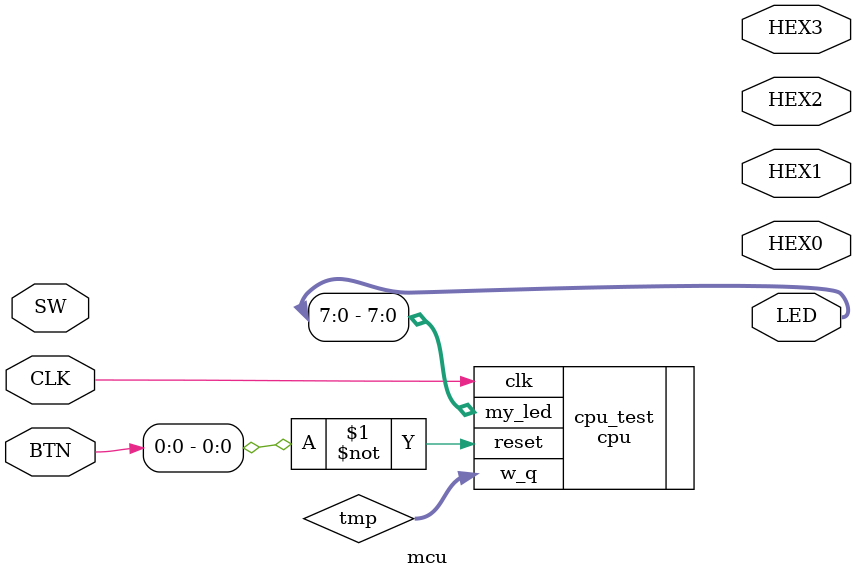
<source format=sv>


module mcu(

	//////////// CLOCK //////////
	input CLK,

	//////////// 7-segment decoder //////////
	output [6:0] HEX0,
	output [6:0] HEX1,
	output [6:0] HEX2,
	output [6:0] HEX3,
	
	//////////// LED /////////////
	output [9:0] LED,
	
	//////////// SWITCH //////////
	input [9:0] SW,
	
	//////////// BUTTON //////////
	input [2:0] BTN
	
);
//*******************************//

// add module here
// adder_8bit adder1(
//	.a(SW[7:0]),
//	.b(SW[7:0]),
//	.s(LED[7:0])
//);

//sub_8bit sub1(
//	.a(8'd20),
//	.b(8'd12),
//	.s()
//);

//cpu_seven_seg cpu_seven_seg_unit(
//	.clk(BTN[1]),
//	.reset(~BTN[0]),
//	.seg_0(HEX0),
//	.seg_1(HEX1),
//	.seg_2(HEX2),
//	.seg_3(HEX3)
//);

logic [7:0] tmp;

cpu cpu_test(
    .clk(CLK),
    .reset(~BTN[0]),
    // output [13:0] IR
	 .w_q(tmp),
	 .my_led(LED[7:0])
    // output logic [7:0] w_q
);


//*******************************//

endmodule

</source>
